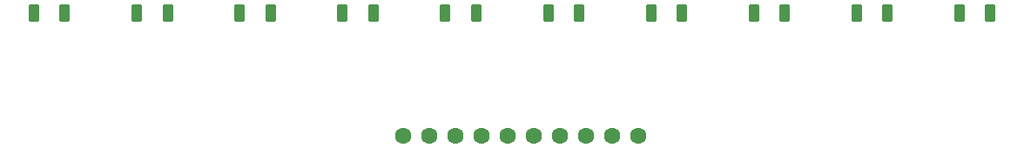
<source format=gts>
G04*
G04 #@! TF.GenerationSoftware,Altium Limited,Altium Designer,22.6.1 (34)*
G04*
G04 Layer_Color=16711833*
%FSTAX43Y43*%
%MOMM*%
G71*
G04*
G04 #@! TF.SameCoordinates,8B89C629-5D68-4BDA-90FB-FB159E748453*
G04*
G04*
G04 #@! TF.FilePolarity,Negative*
G04*
G01*
G75*
G04:AMPARAMS|DCode=11|XSize=1.7mm|YSize=1.1mm|CornerRadius=0.175mm|HoleSize=0mm|Usage=FLASHONLY|Rotation=90.000|XOffset=0mm|YOffset=0mm|HoleType=Round|Shape=RoundedRectangle|*
%AMROUNDEDRECTD11*
21,1,1.700,0.750,0,0,90.0*
21,1,1.350,1.100,0,0,90.0*
1,1,0.350,0.375,0.675*
1,1,0.350,0.375,-0.675*
1,1,0.350,-0.375,-0.675*
1,1,0.350,-0.375,0.675*
%
%ADD11ROUNDEDRECTD11*%
%ADD12C,1.600*%
D11*
X00345Y0039D02*
D03*
X00375D02*
D03*
X01145D02*
D03*
X01175D02*
D03*
X01245D02*
D03*
X01275D02*
D03*
X00445D02*
D03*
X00475D02*
D03*
X00545D02*
D03*
X00575D02*
D03*
X00645D02*
D03*
X00675D02*
D03*
X00745D02*
D03*
X00775D02*
D03*
X00845D02*
D03*
X00875D02*
D03*
X00945D02*
D03*
X00975D02*
D03*
X01045D02*
D03*
X01075D02*
D03*
D12*
X007037Y0027D02*
D03*
X007291D02*
D03*
X007545D02*
D03*
X007799D02*
D03*
X008053D02*
D03*
X008307D02*
D03*
X008561D02*
D03*
X008815D02*
D03*
X009323D02*
D03*
X009069D02*
D03*
M02*

</source>
